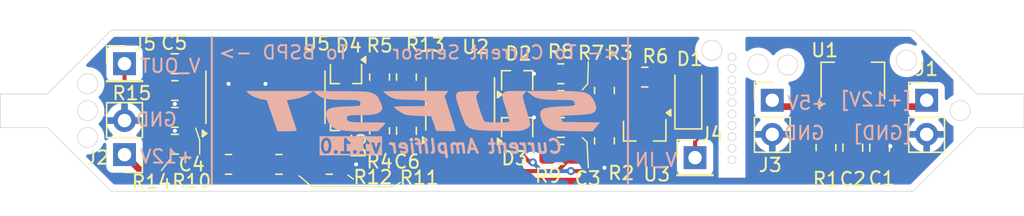
<source format=kicad_pcb>
(kicad_pcb (version 20240108) (generator "pcbnew") (generator_version "8.0")
  (title_block (title "Current Sensor Amplifier") (date "2024-04-18") (rev "v1.1.0") (company "SUFST - Southampton University Formula Student Team") (comment 1 "STAG X") (comment 2 "Joe Pater"))
  (layers (0 "F.Cu" signal) (31 "B.Cu" signal) (34 "B.Paste" user) (35 "F.Paste" user) (36 "B.SilkS" user "B.Silkscreen") (37 "F.SilkS" user "F.Silkscreen") (38 "B.Mask" user) (39 "F.Mask" user) (44 "Edge.Cuts" user))
  (net 0 "")
  (net 1 "+12V")
  (net 2 "GND")
  (net 3 "Net-(J3-Pin_1)")
  (net 4 "Net-(U5A--)")
  (net 5 "Net-(J5-Pin_1)")
  (net 6 "9V_SOURCE")
  (net 7 "2V4_SINK")
  (net 8 "Net-(D2-A)")
  (net 11 "Net-(D4-A)")
  (net 13 "Net-(D4-K)")
  (net 15 "Net-(D5-K)")
  (net 16 "Net-(J4-Pin_1)")
  (net 17 "Net-(U3-REF)")
  (net 18 "Net-(U2--)")
  (net 19 "Net-(R13-Pad1)")
  (net 20 "Net-(U5A-+)")
  (net 21 "Net-(U5B--)")
  (net 22 "Net-(U5C--)")
  (footprint "Connector_PinHeader_2.54mm:PinHeader_1x01_P2.54mm_Vertical" (layer "F.Cu") (at 122 87.5)
    (property "Reference" "J5" (at 1.5 -1.5 0) (layer "F.SilkS"))
    (property "Value" "CurrentSenseOut")
    (pad "1" thru_hole rect (at 0 0) (size 1.7 1.7) (drill 1) (layers "*.Cu" "*.Mask") (net 5 "Net-(J5-Pin_1)"))
  )
  (footprint "Capacitor_SMD:C_0805_2012Metric_Pad1.18x1.45mm_HandSolder" (layer "F.Cu") (at 125.75 93.5)
    (property "Reference" "C4" (at 1.25 1.5 0) (layer "F.SilkS"))
    (property "Value" "100n")
    (pad "1" smd roundrect (at -1.0375 0) (size 1.175 1.45) (layers "F.Cu" "F.Paste" "F.Mask") (roundrect_rratio 0.2127659574) (net 5 "Net-(J5-Pin_1)"))
    (pad "2" smd roundrect (at 1.0375 0) (size 1.175 1.45) (layers "F.Cu" "F.Paste" "F.Mask") (roundrect_rratio 0.2127659574) (net 2 "GND"))
  )
  (footprint "Package_TO_SOT_SMD:SOT-323_SC-70" (layer "F.Cu") (at 151.25 88.75 90)
    (property "Reference" "D2" (at 2 0.1 180) (layer "F.SilkS"))
    (property "Value" "BAT54W")
    (pad "1" smd roundrect (at -1 -0.65) (size 0.45 0.7) (layers "F.Cu" "F.Paste" "F.Mask") (net 8 "Net-(D2-A)"))
    (pad "2" smd roundrect (at -1 0.65) (size 0.45 0.7) (layers "F.Cu" "F.Paste" "F.Mask"))
    (pad "3" smd roundrect (at 1 0) (size 0.45 0.7) (layers "F.Cu" "F.Paste" "F.Mask") (net 6 "9V_SOURCE"))
  )
  (footprint "Resistor_SMD:R_0805_2012Metric_Pad1.20x1.40mm_HandSolder" (layer "F.Cu") (at 141 92.5 -90)
    (property "Reference" "R4" (at 2.3 0 180) (layer "F.SilkS"))
    (property "Value" "1k")
    (pad "1" smd roundrect (at -1 0 270) (size 1.2 1.4) (layers "F.Cu" "F.Paste" "F.Mask") (roundrect_rratio 0.2083333333) (net 18 "Net-(U2--)"))
    (pad "2" smd roundrect (at 1 0 270) (size 1.2 1.4) (layers "F.Cu" "F.Paste" "F.Mask") (roundrect_rratio 0.2083333333) (net 7 "2V4_SINK"))
  )
  (footprint "Resistor_SMD:R_0805_2012Metric_Pad1.20x1.40mm_HandSolder" (layer "F.Cu") (at 143 88.5 -90)
    (property "Reference" "R13" (at -2.4 -1.4 180) (layer "F.SilkS"))
    (property "Value" "10k")
    (pad "1" smd roundrect (at -1 0 270) (size 1.2 1.4) (layers "F.Cu" "F.Paste" "F.Mask") (roundrect_rratio 0.2083333333) (net 19 "Net-(R13-Pad1)"))
    (pad "2" smd roundrect (at 1 0 270) (size 1.2 1.4) (layers "F.Cu" "F.Paste" "F.Mask") (roundrect_rratio 0.2083333333) (net 11 "Net-(D4-A)"))
  )
  (footprint "Resistor_SMD:R_0805_2012Metric_Pad1.20x1.40mm_HandSolder" (layer "F.Cu") (at 157.75 93.25 -90)
    (property "Reference" "R2" (at 2.4 -1.25 180) (layer "F.SilkS"))
    (property "Value" "10k")
    (pad "1" smd roundrect (at -1 0 270) (size 1.2 1.4) (layers "F.Cu" "F.Paste" "F.Mask") (roundrect_rratio 0.2083333333) (net 17 "Net-(U3-REF)"))
    (pad "2" smd roundrect (at 1 0 270) (size 1.2 1.4) (layers "F.Cu" "F.Paste" "F.Mask") (roundrect_rratio 0.2083333333) (net 2 "GND"))
  )
  (footprint "Diode_SMD:D_SOD-123" (layer "F.Cu") (at 164 90 90)
    (property "Reference" "D1" (at 2.85 0.1 180) (layer "F.SilkS"))
    (property "Value" "MMSZ4684-E3-08")
    (pad "1" smd roundrect (at -1.65 0 90) (size 0.9 1.2) (layers "F.Cu" "F.Paste" "F.Mask") (net 1 "+12V"))
    (pad "2" smd roundrect (at 1.65 0 90) (size 0.9 1.2) (layers "F.Cu" "F.Paste" "F.Mask") (net 6 "9V_SOURCE"))
  )
  (footprint "Connector_PinHeader_2.54mm:PinHeader_1x02_P2.54mm_Vertical" (layer "F.Cu") (at 122 94.275 180)
    (property "Reference" "J2" (at 2 -0.225 0) (layer "F.SilkS"))
    (property "Value" "AmpPower")
    (pad "1" thru_hole rect (at 0 0 180) (size 1.7 1.7) (drill 1) (layers "*.Cu" "*.Mask") (net 1 "+12V"))
    (pad "2" thru_hole oval (at 0 2.54 180) (size 1.7 1.7) (drill 1) (layers "*.Cu" "*.Mask") (net 2 "GND"))
  )
  (footprint "Package_SO:SOIC-14_3.9x8.7mm_P1.27mm" (layer "F.Cu") (at 132.5 90 90)
    (property "Reference" "U5" (at 4 3.8 180) (layer "F.SilkS"))
    (property "Value" "LM324")
    (pad "1" smd roundrect (at -2.475 -3.81 90) (size 1.95 0.6) (layers "F.Cu" "F.Paste" "F.Mask") (net 13 "Net-(D4-K)"))
    (pad "2" smd roundrect (at -2.475 -2.54 90) (size 1.95 0.6) (layers "F.Cu" "F.Paste" "F.Mask") (net 4 "Net-(U5A--)"))
    (pad "3" smd roundrect (at -2.475 -1.27 90) (size 1.95 0.6) (layers "F.Cu" "F.Paste" "F.Mask") (net 20 "Net-(U5A-+)"))
    (pad "4" smd roundrect (at -2.475 0 90) (size 1.95 0.6) (layers "F.Cu" "F.Paste" "F.Mask") (net 1 "+12V"))
    (pad "5" smd roundrect (at -2.475 1.27 90) (size 1.95 0.6) (layers "F.Cu" "F.Paste" "F.Mask") (net 4 "Net-(U5A--)"))
    (pad "6" smd roundrect (at -2.475 2.54 90) (size 1.95 0.6) (layers "F.Cu" "F.Paste" "F.Mask") (net 21 "Net-(U5B--)"))
    (pad "7" smd roundrect (at -2.475 3.81 90) (size 1.95 0.6) (layers "F.Cu" "F.Paste" "F.Mask") (net 15 "Net-(D5-K)"))
    (pad "8" smd roundrect (at 2.475 3.81 90) (size 1.95 0.6) (layers "F.Cu" "F.Paste" "F.Mask") (net 22 "Net-(U5C--)"))
    (pad "9" smd roundrect (at 2.475 2.54 90) (size 1.95 0.6) (layers "F.Cu" "F.Paste" "F.Mask") (net 22 "Net-(U5C--)"))
    (pad "10" smd roundrect (at 2.475 1.27 90) (size 1.95 0.6) (layers "F.Cu" "F.Paste" "F.Mask") (net 11 "Net-(D4-A)"))
    (pad "11" smd roundrect (at 2.475 0 90) (size 1.95 0.6) (layers "F.Cu" "F.Paste" "F.Mask") (net 2 "GND"))
    (pad "12" smd roundrect (at 2.475 -1.27 90) (size 1.95 0.6) (layers "F.Cu" "F.Paste" "F.Mask") (net 1 "+12V"))
    (pad "13" smd roundrect (at 2.475 -2.54 90) (size 1.95 0.6) (layers "F.Cu" "F.Paste" "F.Mask") (net 2 "GND"))
    (pad "14" smd roundrect (at 2.475 -3.81 90) (size 1.95 0.6) (layers "F.Cu" "F.Paste" "F.Mask"))
  )
  (footprint "Resistor_SMD:R_0805_2012Metric_Pad1.20x1.40mm_HandSolder" (layer "F.Cu") (at 141 88.5 -90)
    (property "Reference" "R5" (at -2.35 0 180) (layer "F.SilkS"))
    (property "Value" "8.2k")
    (pad "1" smd roundrect (at -1 0 270) (size 1.2 1.4) (layers "F.Cu" "F.Paste" "F.Mask") (roundrect_rratio 0.2083333333) (net 19 "Net-(R13-Pad1)"))
    (pad "2" smd roundrect (at 1 0 270) (size 1.2 1.4) (layers "F.Cu" "F.Paste" "F.Mask") (roundrect_rratio 0.2083333333) (net 18 "Net-(U2--)"))
  )
  (footprint "Resistor_SMD:R_0805_2012Metric_Pad1.20x1.40mm_HandSolder" (layer "F.Cu") (at 125.75 89.5)
    (property "Reference" "R15" (at -3.2 0.2 0) (layer "F.SilkS"))
    (property "Value" "10k")
    (pad "1" smd roundrect (at -1 0) (size 1.2 1.4) (layers "F.Cu" "F.Paste" "F.Mask") (roundrect_rratio 0.2083333333) (net 2 "GND"))
    (pad "2" smd roundrect (at 1 0) (size 1.2 1.4) (layers "F.Cu" "F.Paste" "F.Mask") (roundrect_rratio 0.2083333333) (net 22 "Net-(U5C--)"))
  )
  (footprint "Resistor_SMD:R_0805_2012Metric_Pad1.20x1.40mm_HandSolder" (layer "F.Cu") (at 154.5 88.25)
    (property "Reference" "R8" (at 0 -1.65 0) (layer "F.SilkS"))
    (property "Value" "10k")
    (pad "1" smd roundrect (at -1 0) (size 1.2 1.4) (layers "F.Cu" "F.Paste" "F.Mask") (roundrect_rratio 0.2083333333) (net 2 "GND"))
    (pad "2" smd roundrect (at 1 0) (size 1.2 1.4) (layers "F.Cu" "F.Paste" "F.Mask") (roundrect_rratio 0.2083333333) (net 16 "Net-(J4-Pin_1)"))
  )
  (footprint "Resistor_SMD:R_0805_2012Metric_Pad1.20x1.40mm_HandSolder" (layer "F.Cu") (at 125.75 91.5 180)
    (property "Reference" "R14" (at 1.75 -4.8 0) (layer "F.SilkS"))
    (property "Value" "100")
    (pad "1" smd roundrect (at -1 0 180) (size 1.2 1.4) (layers "F.Cu" "F.Paste" "F.Mask") (roundrect_rratio 0.2083333333) (net 22 "Net-(U5C--)"))
    (pad "2" smd roundrect (at 1 0 180) (size 1.2 1.4) (layers "F.Cu" "F.Paste" "F.Mask") (roundrect_rratio 0.2083333333) (net 5 "Net-(J5-Pin_1)"))
  )
  (footprint "Package_TO_SOT_SMD:SOT-323_SC-70" (layer "F.Cu") (at 138.5 91.75 -90)
    (property "Reference" "D5" (at 1.85 -0.95 90) (layer "F.SilkS"))
    (property "Value" "BAT54W")
    (pad "1" smd roundrect (at -1 -0.65 180) (size 0.45 0.7) (layers "F.Cu" "F.Paste" "F.Mask") (net 11 "Net-(D4-A)"))
    (pad "2" smd roundrect (at -1 0.65 180) (size 0.45 0.7) (layers "F.Cu" "F.Paste" "F.Mask"))
    (pad "3" smd roundrect (at 1 0 180) (size 0.45 0.7) (layers "F.Cu" "F.Paste" "F.Mask") (net 15 "Net-(D5-K)"))
  )
  (footprint "Capacitor_SMD:C_0805_2012Metric_Pad1.18x1.45mm_HandSolder" (layer "F.Cu") (at 125.75 87.5 180)
    (property "Reference" "C5" (at 0.05 1.55 0) (layer "F.SilkS"))
    (property "Value" "100n")
    (pad "1" smd roundrect (at -1.0375 0 180) (size 1.175 1.45) (layers "F.Cu" "F.Paste" "F.Mask") (roundrect_rratio 0.2127659574) (net 1 "+12V"))
    (pad "2" smd roundrect (at 1.0375 0 180) (size 1.175 1.45) (layers "F.Cu" "F.Paste" "F.Mask") (roundrect_rratio 0.2127659574) (net 2 "GND"))
  )
  (footprint "Capacitor_SMD:C_0805_2012Metric_Pad1.18x1.45mm_HandSolder" (layer "F.Cu") (at 154.5 92.25 180)
    (property "Reference" "C3" (at -2 -3.8 0) (layer "F.SilkS"))
    (property "Value" "100n")
    (pad "1" smd roundrect (at -1.0375 0 180) (size 1.175 1.45) (layers "F.Cu" "F.Paste" "F.Mask") (roundrect_rratio 0.2127659574) (net 4 "Net-(U5A--)"))
    (pad "2" smd roundrect (at 1.0375 0 180) (size 1.175 1.45) (layers "F.Cu" "F.Paste" "F.Mask") (roundrect_rratio 0.2127659574) (net 2 "GND"))
  )
  (footprint "Package_TO_SOT_SMD:SOT-323_SC-70" (layer "F.Cu") (at 151.25 92.25 90)
    (property "Reference" "D3" (at -2.3 -0.2 180) (layer "F.SilkS"))
    (property "Value" "BAT54W")
    (pad "1" smd roundrect (at -1 -0.65) (size 0.45 0.7) (layers "F.Cu" "F.Paste" "F.Mask") (net 7 "2V4_SINK"))
    (pad "2" smd roundrect (at -1 0.65) (size 0.45 0.7) (layers "F.Cu" "F.Paste" "F.Mask"))
    (pad "3" smd roundrect (at 1 0) (size 0.45 0.7) (layers "F.Cu" "F.Paste" "F.Mask") (net 8 "Net-(D2-A)"))
  )
  (footprint "Resistor_SMD:R_0805_2012Metric_Pad1.20x1.40mm_HandSolder" (layer "F.Cu") (at 129.75 95)
    (property "Reference" "R10" (at -2.75 1.25 0) (layer "F.SilkS"))
    (property "Value" "2.7k")
    (pad "1" smd roundrect (at -1 0) (size 1.2 1.4) (layers "F.Cu" "F.Paste" "F.Mask") (roundrect_rratio 0.2083333333) (net 1 "+12V"))
    (pad "2" smd roundrect (at 1 0) (size 1.2 1.4) (layers "F.Cu" "F.Paste" "F.Mask") (roundrect_rratio 0.2083333333) (net 20 "Net-(U5A-+)"))
  )
  (footprint "Resistor_SMD:R_0805_2012Metric_Pad1.20x1.40mm_HandSolder" (layer "F.Cu") (at 160.75 88.5 180)
    (property "Reference" "R6" (at -0.8 1.55 0) (layer "F.SilkS"))
    (property "Value" "10k")
    (pad "1" smd roundrect (at -1 0 180) (size 1.2 1.4) (layers "F.Cu" "F.Paste" "F.Mask") (roundrect_rratio 0.2083333333) (net 6 "9V_SOURCE"))
    (pad "2" smd roundrect (at 1 0 180) (size 1.2 1.4) (layers "F.Cu" "F.Paste" "F.Mask") (roundrect_rratio 0.2083333333) (net 7 "2V4_SINK"))
  )
  (footprint "Capacitor_SMD:C_0805_2012Metric_Pad1.18x1.45mm_HandSolder" (layer "F.Cu") (at 178.25 93.75 90)
    (property "Reference" "C1" (at -2.3 0.15 180) (layer "F.SilkS"))
    (property "Value" "1u")
    (pad "1" smd roundrect (at -1.0375 0 90) (size 1.175 1.45) (layers "F.Cu" "F.Paste" "F.Mask") (roundrect_rratio 0.2127659574) (net 1 "+12V"))
    (pad "2" smd roundrect (at 1.0375 0 90) (size 1.175 1.45) (layers "F.Cu" "F.Paste" "F.Mask") (roundrect_rratio 0.2127659574) (net 2 "GND"))
  )
  (footprint "Package_TO_SOT_SMD:SOT-89-3" (layer "F.Cu") (at 176.25 88.75 90)
    (property "Reference" "U1" (at 2.25 -2.1 180) (layer "F.SilkS"))
    (property "Value" "AP7381")
    (pad "1" smd roundrect (at -1.95 -1.5 90) (size 1.3 0.9) (layers "F.Cu" "F.Paste" "F.Mask") (net 3 "Net-(J3-Pin_1)"))
    (pad "2" smd custom (at -1.8625 0 90) (size 1.475 0.9) (layers "F.Cu" "F.Paste" "F.Mask") (net 2 "GND") (options (clearance outline) (anchor rect)) (primitives (gr_poly (pts (xy 3.8625 0.8665) (xy 0.7375 0.8665) (xy 0.7375 -0.8665) (xy 3.8625 -0.8665)) (width 0) (fill yes))))
    (pad "3" smd roundrect (at -1.95 1.5 90) (size 1.3 0.9) (layers "F.Cu" "F.Paste" "F.Mask") (net 1 "+12V"))
  )
  (footprint "Resistor_SMD:R_0805_2012Metric_Pad1.20x1.40mm_HandSolder" (layer "F.Cu") (at 133.5 95)
    (property "Reference" "R11" (at 10.45 1 0) (layer "F.SilkS"))
    (property "Value" "8.2k")
    (pad "1" smd roundrect (at -1 0) (size 1.2 1.4) (layers "F.Cu" "F.Paste" "F.Mask") (roundrect_rratio 0.2083333333) (net 20 "Net-(U5A-+)"))
    (pad "2" smd roundrect (at 1 0) (size 1.2 1.4) (layers "F.Cu" "F.Paste" "F.Mask") (roundrect_rratio 0.2083333333) (net 21 "Net-(U5B--)"))
  )
  (footprint "Capacitor_SMD:C_0805_2012Metric_Pad1.18x1.45mm_HandSolder" (layer "F.Cu") (at 143 92.5 -90)
    (property "Reference" "C6" (at 2.3 -0.05 180) (layer "F.SilkS"))
    (property "Value" "100n")
    (pad "1" smd roundrect (at -1.0375 0 270) (size 1.175 1.45) (layers "F.Cu" "F.Paste" "F.Mask") (roundrect_rratio 0.2127659574) (net 6 "9V_SOURCE"))
    (pad "2" smd roundrect (at 1.0375 0 270) (size 1.175 1.45) (layers "F.Cu" "F.Paste" "F.Mask") (roundrect_rratio 0.2127659574) (net 7 "2V4_SINK"))
  )
  (footprint "Resistor_SMD:R_0805_2012Metric_Pad1.20x1.40mm_HandSolder" (layer "F.Cu") (at 154.5 94.25 180)
    (property "Reference" "R9" (at 0.95 -1.6 0) (layer "F.SilkS"))
    (property "Value" "10k")
    (pad "1" smd roundrect (at -1 0 180) (size 1.2 1.4) (layers "F.Cu" "F.Paste" "F.Mask") (roundrect_rratio 0.2083333333) (net 4 "Net-(U5A--)"))
    (pad "2" smd roundrect (at 1 0 180) (size 1.2 1.4) (layers "F.Cu" "F.Paste" "F.Mask") (roundrect_rratio 0.2083333333) (net 8 "Net-(D2-A)"))
  )
  (footprint "Connector_PinHeader_2.54mm:PinHeader_1x02_P2.54mm_Vertical" (layer "F.Cu") (at 170.25 90.225)
    (property "Reference" "J3" (at -0.15 4.825 0) (layer "F.SilkS"))
    (property "Value" "PowerOut")
    (pad "1" thru_hole rect (at 0 0) (size 1.7 1.7) (drill 1) (layers "*.Cu" "*.Mask") (net 3 "Net-(J3-Pin_1)"))
    (pad "2" thru_hole oval (at 0 2.54) (size 1.7 1.7) (drill 1) (layers "*.Cu" "*.Mask") (net 2 "GND"))
  )
  (footprint "Package_TO_SOT_SMD:SOT-323_SC-70" (layer "F.Cu") (at 138.5 88.25 -90)
    (property "Reference" "D4" (at -2.1 -0.2 180) (layer "F.SilkS"))
    (property "Value" "BAT54W")
    (pad "1" smd roundrect (at -1 -0.65 180) (size 0.45 0.7) (layers "F.Cu" "F.Paste" "F.Mask") (net 11 "Net-(D4-A)"))
    (pad "2" smd roundrect (at -1 0.65 180) (size 0.45 0.7) (layers "F.Cu" "F.Paste" "F.Mask"))
    (pad "3" smd roundrect (at 1 0 180) (size 0.45 0.7) (layers "F.Cu" "F.Paste" "F.Mask") (net 13 "Net-(D4-K)"))
  )
  (footprint "Capacitor_SMD:C_0805_2012Metric_Pad1.18x1.45mm_HandSolder" (layer "F.Cu") (at 176.25 93.75 90)
    (property "Reference" "C2" (at -2.35 0 180) (layer "F.SilkS"))
    (property "Value" "10u")
    (pad "1" smd roundrect (at -1.0375 0 90) (size 1.175 1.45) (layers "F.Cu" "F.Paste" "F.Mask") (roundrect_rratio 0.2127659574) (net 3 "Net-(J3-Pin_1)"))
    (pad "2" smd roundrect (at 1.0375 0 90) (size 1.175 1.45) (layers "F.Cu" "F.Paste" "F.Mask") (roundrect_rratio 0.2127659574) (net 2 "GND"))
  )
  (footprint "Connector_PinHeader_2.54mm:PinHeader_1x02_P2.54mm_Vertical" (layer "F.Cu") (at 181.75 90.225)
    (property "Reference" "J1" (at 0 -2.33 0) (layer "F.SilkS"))
    (property "Value" "RegPower")
    (pad "1" thru_hole rect (at 0 0) (size 1.7 1.7) (drill 1) (layers "*.Cu" "*.Mask") (net 1 "+12V"))
    (pad "2" thru_hole oval (at 0 2.54) (size 1.7 1.7) (drill 1) (layers "*.Cu" "*.Mask") (net 2 "GND"))
  )
  (footprint "Package_TO_SOT_SMD:SOT-23_Handsoldering" (layer "F.Cu") (at 160.75 92.5 -90)
    (property "Reference" "U3" (at 3.25 -0.9 180) (layer "F.SilkS"))
    (property "Value" "AZ431LBNTR-G1")
    (pad "1" smd roundrect (at -1.5 -0.95 270) (size 1.9 0.8) (layers "F.Cu" "F.Paste" "F.Mask") (net 17 "Net-(U3-REF)"))
    (pad "2" smd roundrect (at -1.5 0.95 270) (size 1.9 0.8) (layers "F.Cu" "F.Paste" "F.Mask") (net 7 "2V4_SINK"))
    (pad "3" smd roundrect (at 1.5 0 270) (size 1.9 0.8) (layers "F.Cu" "F.Paste" "F.Mask") (net 2 "GND"))
  )
  (footprint "Resistor_SMD:R_0805_2012Metric_Pad1.20x1.40mm_HandSolder" (layer "F.Cu") (at 174.25 93.75 90)
    (property "Reference" "R1" (at -2.35 0 180) (layer "F.SilkS"))
    (property "Value" "4.7k")
    (pad "1" smd roundrect (at -1 0 90) (size 1.2 1.4) (layers "F.Cu" "F.Paste" "F.Mask") (roundrect_rratio 0.2083333333) (net 3 "Net-(J3-Pin_1)"))
    (pad "2" smd roundrect (at 1 0 90) (size 1.2 1.4) (layers "F.Cu" "F.Paste" "F.Mask") (roundrect_rratio 0.2083333333) (net 2 "GND"))
  )
  (footprint "Package_SO:SOIC-8_3.9x4.9mm_P1.27mm" (layer "F.Cu") (at 147 90.5 90)
    (property "Reference" "U2" (at 4.25 1.15 180) (layer "F.SilkS"))
    (property "Value" "TS321IDR")
    (pad "1" smd roundrect (at -2.475 -1.905 90) (size 1.95 0.6) (layers "F.Cu" "F.Paste" "F.Mask"))
    (pad "2" smd roundrect (at -2.475 -0.635 90) (size 1.95 0.6) (layers "F.Cu" "F.Paste" "F.Mask") (net 18 "Net-(U2--)"))
    (pad "3" smd roundrect (at -2.475 0.635 90) (size 1.95 0.6) (layers "F.Cu" "F.Paste" "F.Mask") (net 8 "Net-(D2-A)"))
    (pad "4" smd roundrect (at -2.475 1.905 90) (size 1.95 0.6) (layers "F.Cu" "F.Paste" "F.Mask") (net 7 "2V4_SINK"))
    (pad "5" smd roundrect (at 2.475 1.905 90) (size 1.95 0.6) (layers "F.Cu" "F.Paste" "F.Mask"))
    (pad "6" smd roundrect (at 2.475 0.635 90) (size 1.95 0.6) (layers "F.Cu" "F.Paste" "F.Mask") (net 19 "Net-(R13-Pad1)"))
    (pad "7" smd roundrect (at 2.475 -0.635 90) (size 1.95 0.6) (layers "F.Cu" "F.Paste" "F.Mask") (net 6 "9V_SOURCE"))
    (pad "8" smd roundrect (at 2.475 -1.905 90) (size 1.95 0.6) (layers "F.Cu" "F.Paste" "F.Mask"))
  )
  (footprint "Resistor_SMD:R_0805_2012Metric_Pad1.20x1.40mm_HandSolder" (layer "F.Cu") (at 137.25 95)
    (property "Reference" "R12" (at 3.25 0.95 0) (layer "F.SilkS"))
    (property "Value" "200")
    (pad "1" smd roundrect (at -1 0) (size 1.2 1.4) (layers "F.Cu" "F.Paste" "F.Mask") (roundrect_rratio 0.2083333333) (net 21 "Net-(U5B--)"))
    (pad "2" smd roundrect (at 1 0) (size 1.2 1.4) (layers "F.Cu" "F.Paste" "F.Mask") (roundrect_rratio 0.2083333333) (net 2 "GND"))
  )
  (footprint "Resistor_SMD:R_0805_2012Metric_Pad1.20x1.40mm_HandSolder" (layer "F.Cu") (at 157.75 89.5 -90)
    (property "Reference" "R3" (at -2.8 -1.15 180) (layer "F.SilkS"))
    (property "Value" "9.1k")
    (pad "1" smd roundrect (at -1 0 270) (size 1.2 1.4) (layers "F.Cu" "F.Paste" "F.Mask") (roundrect_rratio 0.2083333333) (net 7 "2V4_SINK"))
    (pad "2" smd roundrect (at 1 0 270) (size 1.2 1.4) (layers "F.Cu" "F.Paste" "F.Mask") (roundrect_rratio 0.2083333333) (net 17 "Net-(U3-REF)"))
  )
  (footprint "Connector_PinHeader_2.54mm:PinHeader_1x01_P2.54mm_Vertical" (layer "F.Cu") (at 164.5 94.5)
    (property "Reference" "J4" (at 1.25 -1.75 0) (layer "F.SilkS"))
    (property "Value" "CurrentSenseIn")
    (pad "1" thru_hole rect (at 0 0) (size 1.7 1.7) (drill 1) (layers "*.Cu" "*.Mask") (net 16 "Net-(J4-Pin_1)"))
  )
  (footprint "Resistor_SMD:R_0805_2012Metric_Pad1.20x1.40mm_HandSolder" (layer "F.Cu") (at 154.5 90.25)
    (property "Reference" "R7" (at 2.25 -3.55 0) (layer "F.SilkS"))
    (property "Value" "1k")
    (pad "1" smd roundrect (at -1 0) (size 1.2 1.4) (layers "F.Cu" "F.Paste" "F.Mask") (roundrect_rratio 0.2083333333) (net 16 "Net-(J4-Pin_1)"))
    (pad "2" smd roundrect (at 1 0) (size 1.2 1.4) (layers "F.Cu" "F.Paste" "F.Mask") (roundrect_rratio 0.2083333333) (net 4 "Net-(U5A--)"))
  )
  (footprint "SUFST:sufst-text" (layer "B.Cu") (at 144.25 91 180)
    (property "Reference" "G***" (hide yes))
    (property "Value" "LOGO" (hide yes))
  )
  (gr_line (start 159.5 85.5) (end 159.5 96.5) (stroke (width 0.15)) (layer "B.SilkS"))
  (gr_line (start 128.5 85.5) (end 128.5 96.5) (stroke (width 0.15)) (layer "B.SilkS"))
  (gr_line (start 156.55 87.35) (end 156.5 89) (stroke (width 0.1)) (layer "F.SilkS"))
  (gr_line (start 142.55 96.35) (end 142.05 96.65) (stroke (width 0.1)) (layer "F.SilkS"))
  (gr_line (start 156.5 89) (end 156.1 89.45) (stroke (width 0.1)) (layer "F.SilkS"))
  (gr_line (start 127.6 94.25) (end 127.6 93.2) (stroke (width 0.1)) (layer "F.SilkS"))
  (gr_line (start 139.05 96.1) (end 138.65 95.8) (stroke (width 0.1)) (layer "F.SilkS"))
  (gr_line (start 142.05 96.65) (end 135.95 96.65) (stroke (width 0.1)) (layer "F.SilkS"))
  (gr_line (start 127.6 93.2) (end 127.3 92.3) (stroke (width 0.1)) (layer "F.SilkS"))
  (gr_line (start 156.55 95.25) (end 156.45 93.35) (stroke (width 0.1)) (layer "F.SilkS"))
  (gr_line (start 135.95 96.65) (end 135 95.85) (stroke (width 0.1)) (layer "F.SilkS"))
  (gr_line (start 124.75 95.45) (end 125.45 94.55) (stroke (width 0.1)) (layer "F.SilkS"))
  (gr_line (start 156.45 93.35) (end 156.1 93) (stroke (width 0.1)) (layer "F.SilkS"))
  (gr_circle (center 184.25 91) (end 183.5 91) (stroke (width 0.05)) (fill none) (layer "Edge.Cuts"))
  (gr_circle (center 180.25 87.25) (end 179.5 87.25) (stroke (width 0.05)) (fill none) (layer "Edge.Cuts"))
  (gr_circle (center 167.25 87.85) (end 167.55 87.85) (stroke (width 0.05)) (fill none) (layer "Edge.Cuts"))
  (gr_line (start 180.75 97) (end 121 97) (stroke (width 0.05)) (layer "Edge.Cuts"))
  (gr_line (start 112.75 92.25) (end 112.75 89.75) (stroke (width 0.05)) (layer "Edge.Cuts"))
  (gr_circle (center 167.25 94.65) (end 166.95 94.65) (stroke (width 0.05)) (fill none) (layer "Edge.Cuts"))
  (gr_circle (center 119.25 89) (end 120 89) (stroke (width 0.05)) (fill none) (layer "Edge.Cuts"))
  (gr_circle (center 119.25 93) (end 120 93) (stroke (width 0.05)) (fill none) (layer "Edge.Cuts"))
  (gr_circle (center 167.25 87) (end 167.55 87) (stroke (width 0.05)) (fill none) (layer "Edge.Cuts"))
  (gr_line (start 121 97) (end 116.25 92.25) (stroke (width 0.05)) (layer "Edge.Cuts"))
  (gr_line (start 116.25 92.25) (end 112.75 92.25) (stroke (width 0.05)) (layer "Edge.Cuts"))
  (gr_circle (center 171.4 87.6) (end 170.65 87.6) (stroke (width 0.05)) (fill none) (layer "Edge.Cuts"))
  (gr_line (start 180.75 85) (end 185.5 89.75) (stroke (width 0.05)) (layer "Edge.Cuts"))
  (gr_line (start 112.75 89.75) (end 116.25 89.75) (stroke (width 0.05)) (layer "Edge.Cuts"))
  (gr_line (start 189 89.75) (end 189 92.25) (stroke (width 0.05)) (layer "Edge.Cuts"))
  (gr_circle (center 167.25 88.7) (end 167.55 88.7) (stroke (width 0.05)) (fill none) (layer "Edge.Cuts"))
  (gr_line (start 185.5 92.25) (end 180.75 97) (stroke (width 0.05)) (layer "Edge.Cuts"))
  (gr_circle (center 167.25 92.95) (end 167.55 92.95) (stroke (width 0.05)) (fill none) (layer "Edge.Cuts"))
  (gr_circle (center 167.25 93.8) (end 166.95 93.8) (stroke (width 0.05)) (fill none) (layer "Edge.Cuts"))
  (gr_line (start 189 92.25) (end 185.5 92.25) (stroke (width 0.05)) (layer "Edge.Cuts"))
  (gr_line (start 116.25 89.75) (end 121 85) (stroke (width 0.05)) (layer "Edge.Cuts"))
  (gr_circle (center 167.25 91.25) (end 167.55 91.25) (stroke (width 0.05)) (fill none) (layer "Edge.Cuts"))
  (gr_circle (center 167.25 89.55) (end 167.55 89.55) (stroke (width 0.05)) (fill none) (layer "Edge.Cuts"))
  (gr_circle (center 119.25 91) (end 120 91) (stroke (width 0.05)) (fill none) (layer "Edge.Cuts"))
  (gr_line (start 185.5 89.75) (end 189 89.75) (stroke (width 0.05)) (layer "Edge.Cuts"))
  (gr_circle (center 165.75 86.5) (end 165 86.5) (stroke (width 0.05)) (fill none) (layer "Edge.Cuts"))
  (gr_circle (center 169.2 87.55) (end 168.45 87.55) (stroke (width 0.05)) (fill none) (layer "Edge.Cuts"))
  (gr_circle (center 167.25 92.1) (end 167.55 92.1) (stroke (width 0.05)) (fill none) (layer "Edge.Cuts"))
  (gr_line (start 121 85) (end 180.75 85) (stroke (width 0.05)) (layer "Edge.Cuts"))
  (gr_circle (center 167.25 90.4) (end 167.55 90.4) (stroke (width 0.05)) (fill none) (layer "Edge.Cuts"))
  (gr_text "+5V" (at 174.5 91 0) (layer "B.SilkS") (effects (font (size 1 1)) (justify left bottom mirror)))
  (gr_text "GND" (at 126 92.25 0) (layer "B.SilkS") (effects (font (size 1 1)) (justify left bottom mirror)))
  (gr_text "V_IN" (at 163.25 95.25 0) (layer "B.SilkS") (effects (font (size 1 1)) (justify left bottom mirror)))
  (gr_text "GND" (at 174.25 93.25 0) (layer "B.SilkS") (effects (font (size 1 1)) (justify left bottom mirror)))
  (gr_text "v1.1.0" (at 141.25 94.25 0) (layer "B.SilkS" knockout) (effects (font (size 1 1) (thickness 0.2) (bold yes)) (justify left bottom mirror)))
  (gr_text "Current Amplifier" (at 154.75 94.25 0) (layer "B.SilkS") (effects (font (size 1 1) (thickness 0.2) (bold yes) (italic yes)) (justify left bottom mirror)))
  (gr_text "+12V" (at 127.25 95 0) (layer "B.SilkS") (effects (font (size 1 1)) (justify left bottom mirror)))
  (gr_text "[+12V]" (at 180.75 90.75 0) (layer "B.SilkS") (effects (font (size 1 1)) (justify left bottom mirror)))
  (gr_text "To BSPD ->" (at 138.75 87.25 0) (layer "B.SilkS") (effects (font (size 1 1)) (justify left bottom mirror)))
  (gr_text "<- To Current Sensor" (at 159 87.25 0) (layer "B.SilkS") (effects (font (size 1 1)) (justify left bottom mirror)))
  (gr_text "[GND]" (at 180.75 93.25 0) (layer "B.SilkS") (effects (font (size 1 1)) (justify left bottom mirror)))
  (gr_text "V_OUT" (at 127.75 88.25 0) (layer "B.SilkS") (effects (font (size 1 1)) (justify left bottom mirror)))
  (segment (start 123.975 96.25) (end 122 94.275) (width 0.5) (layer "F.Cu") (net 1))
  (segment (start 161.75 96.25) (end 133.5 96.25) (width 0.5) (layer "F.Cu") (net 1))
  (segment (start 133.5 96.25) (end 130 96.25) (width 0.5) (layer "F.Cu") (net 1))
  (segment (start 126.7875 87.64375) (end 128.04 88.89625) (width 0.3) (layer "F.Cu") (net 1))
  (segment (start 130.21 89.75) (end 131.23 88.73) (width 0.3) (layer "F.Cu") (net 1))
  (segment (start 132.5 93.344544) (end 133.5 94.344544) (width 0.3) (layer "F.Cu") (net 1))
  (segment (start 181.275 90.7) (end 181.75 90.225) (width 0.5) (layer "F.Cu") (net 1))
  (segment (start 164 91.65) (end 161.75 93.9) (width 0.5) (layer "F.Cu") (net 1))
  (segment (start 132.5 92.475) (end 132.5 93.344544) (width 0.3) (layer "F.Cu") (net 1))
  (segment (start 161.75 96.25) (end 176.7875 96.25) (width 0.5) (layer "F.Cu") (net 1))
  (segment (start 178.25 94.7875) (end 179.4125 94.7875) (width 0.5) (layer "F.Cu") (net 1))
  (segment (start 161.75 95) (end 161.75 96.25) (width 0.5) (layer "F.Cu") (net 1))
  (segment (start 180.05 90.7) (end 181.275 90.7) (width 0.5) (layer "F.Cu") (net 1))
  (segment (start 128.75 95) (end 128.75 96.25) (width 0.3) (layer "F.Cu") (net 1))
  (segment (start 176.7875 96.25) (end 178.25 94.7875) (width 0.5) (layer "F.Cu") (net 1))
  (segment (start 133.5 94.344544) (end 133.5 96.25) (width 0.3) (layer "F.Cu") (net 1))
  (segment (start 177.75 90.7) (end 180.05 90.7) (width 0.5) (layer "F.Cu") (net 1))
  (segment (start 161.75 93.9) (end 161.75 95) (width 0.5) (layer "F.Cu") (net 1))
  (segment (start 180.05 94.15) (end 180.05 90.7) (width 0.5) (layer "F.Cu") (net 1))
  (segment (start 128.04 94.29) (end 128.75 95) (width 0.3) (layer "F.Cu") (net 1))
  (segment (start 179.4125 94.7875) (end 180.05 94.15) (width 0.5) (layer "F.Cu") (net 1))
  (segment (start 128.04 89.75) (end 130.21 89.75) (width 0.3) (layer "F.Cu") (net 1))
  (segment (start 130 96.25) (end 128.75 96.25) (width 0.5) (layer "F.Cu") (net 1))
  (segment (start 126.7875 87.5) (end 126.7875 87.64375) (width 0.3) (layer "F.Cu") (net 1))
  (segment (start 131.23 88.73) (end 131.23 87.525) (width 0.3) (layer "F.Cu") (net 1))
  (segment (start 128.75 96.25) (end 123.975 96.25) (width 0.5) (layer "F.Cu") (net 1))
  (segment (start 128.04 88.89625) (end 128.04 94.29) (width 0.3) (layer "F.Cu") (net 1))
  (segment (start 176.25 92.7125) (end 178.25 92.7125) (width 0.5) (layer "F.Cu") (net 2))
  (segment (start 129.96 88.79) (end 129.75 89) (width 0.3) (layer "F.Cu") (net 2))
  (segment (start 176.2125 92.75) (end 176.25 92.7125) (width 0.5) (layer "F.Cu") (net 2))
  (segment (start 157.75 94.25) (end 158 94) (width 0.3) (layer "F.Cu") (net 2))
  (segment (start 158 94) (end 160.75 94) (width 0.3) (layer "F.Cu") (net 2))
  (segment (start 153.4625 92.25) (end 152.7125 91.5) (width 0.3) (layer "F.Cu") (net 2))
  (segment (start 126.75 93.5) (end 125.75 92.5) (width 0.3) (layer "F.Cu") (net 2))
  (segment (start 152.7125 91.5) (end 152.5 91.5) (width 0.3) (layer "F.Cu") (net 2))
  (segment (start 176.25 90.6125) (end 176.25 92.7125) (width 0.5) (layer "F.Cu") (net 2))
  (segment (start 124.75 89.5) (end 125.75 90.5) (width 0.3) (layer "F.Cu") (net 2))
  (segment (start 126.7875 93.5) (end 126.75 93.5) (width 0.3) (layer "F.Cu") (net 2))
  (segment (start 178.25 92.85) (end 179.05 93.65) (width 0.5) (layer "F.Cu") (net 2))
  (segment (start 174.25 92.75) (end 176.2125 92.75) (width 0.5) (layer "F.Cu") (net 2))
  (segment (start 138.25 95) (end 139.25 95) (width 0.3) (layer "F.Cu") (net 2))
  (segment (start 124.7125 87.5) (end 124.7125 89.4625) (width 0.3) (layer "F.Cu") (net 2))
  (segment (start 157.75 94.25) (end 157.75 95.25) (width 0.3) (layer "F.Cu") (net 2))
  (segment (start 129.96 87.525) (end 129.96 88.79) (width 0.3) (layer "F.Cu") (net 2))
  (segment (start 124.7125 89.4625) (end 124.75 89.5) (width 0.3) (layer "F.Cu") (net 2))
  (segment (start 178.3025 92.765) (end 178.25 92.7125) (width 0.5) (layer "F.Cu") (net 2))
  (segment (start 132.5 87.525) (end 132.5 89) (width 0.3) (layer "F.Cu") (net 2))
  (segment (start 178.25 92.7125) (end 178.25 92.85) (width 0.5) (layer "F.Cu") (net 2))
  (segment (start 153.5 88.25) (end 152.5 88.25) (width 0.3) (layer "F.Cu") (net 2))
  (via (at 179.05 93.65) (size 0.6) (drill 0.3) (layers "F.Cu" "B.Cu") (net 2))
  (via (at 152.5 91.5) (size 0.6) (drill 0.3) (layers "F.Cu" "B.Cu") (net 2))
  (via (at 125.75 90.5) (size 0.6) (drill 0.3) (layers "F.Cu" "B.Cu") (net 2))
  (via (at 157.75 95.25) (size 0.6) (drill 0.3) (layers "F.Cu" "B.Cu") (net 2))
  (via (at 125.75 92.5) (size 0.6) (drill 0.3) (layers "F.Cu" "B.Cu") (net 2))
  (via (at 132.5 89) (size 0.6) (drill 0.3) (layers "F.Cu" "B.Cu") (net 2))
  (via (at 129.75 89) (size 0.6) (drill 0.3) (layers "F.Cu" "B.Cu") (net 2))
  (via (at 152.5 88.25) (size 0.6) (drill 0.3) (layers "F.Cu" "B.Cu") (net 2))
  (via (at 139.25 95) (size 0.6) (drill 0.3) (layers "F.Cu" "B.Cu") (net 2))
  (segment (start 168.75 96.25) (end 165.75 96.25) (width 0.5) (layer "B.Cu") (net 2))
  (segment (start 176.2125 94.75) (end 176.25 94.7875) (width 0.3) (layer "F.Cu") (net 3))
  (segment (start 174.25 94.75) (end 176.2125 94.75) (width 0.3) (layer "F.Cu") (net 3))
  (segment (start 173 93.5) (end 174.25 94.75) (width 0.3) (layer "F.Cu") (net 3))
  (segment (start 170.725 90.7) (end 170.25 90.225) (width 0.5) (layer "F.Cu") (net 3))
  (segment (start 174.75 90.7) (end 170.725 90.7) (width 0.5) (layer "F.Cu") (net 3))
  (segment (start 174.75 90.7) (end 173 90.7) (width 0.3) (layer "F.Cu") (net 3))
  (segment (start 173 90.7) (end 173 93.5) (width 0.3) (layer "F.Cu") (net 3))
  (segment (start 155.5375 90.2875) (end 155.5 90.25) (width 0.3) (layer "F.Cu") (net 4))
  (segment (start 136.521262 91) (end 137.25 91.728738) (width 0.3) (layer "F.Cu") (net 4))
  (segment (start 139.5 92.25) (end 139.5 94) (width 0.3) (layer "F.Cu") (net 4))
  (segment (start 133 91) (end 133.77 91.77) (width 0.3) (layer "F.Cu") (net 4))
  (segment (start 130.25 91) (end 133 91) (width 0.3) (layer "F.Cu") (net 4))
  (segment (start 155.5 92.2875) (end 155.5375 92.25) (width 0.3) (layer "F.Cu") (net 4))
  (segment (start 133.77 92.475) (end 133.77 91.500001) (width 0.3) (layer "F.Cu") (net 4))
  (segment (start 155.5375 92.25) (end 155.5375 90.2875) (width 0.3) (layer "F.Cu") (net 4))
  (segment (start 133.77 91.77) (end 133.77 92.475) (width 0.3) (layer "F.Cu") (net 4))
  (segment (start 129.96 91.29) (end 130.25 91) (width 0.3) (layer "F.Cu") (net 4))
  (segment (start 129.96 92.475) (end 129.96 91.29) (width 0.3) (layer "F.Cu") (net 4))
  (segment (start 134.270001 91) (end 136.521262 91) (width 0.3) (layer "F.Cu") (net 4))
  (segment (start 155.5 94.25) (end 155.5 92.2875) (width 0.3) (layer "F.Cu") (net 4))
  (segment (start 137.25 91.75) (end 139 91.75) (width 0.3) (layer "F.Cu") (net 4))
  (segment (start 139 91.75) (end 139.5 92.25) (width 0.3) (layer "F.Cu") (net 4))
  (segment (start 154.25 95.5) (end 155.5 94.25) (width 0.3) (layer "F.Cu") (net 4))
  (segment (start 137.25 91.728738) (end 137.25 91.75) (width 0.3) (layer "F.Cu") (net 4))
  (segment (start 139.5 94) (end 141 95.5) (width 0.3) (layer "F.Cu") (net 4))
  (segment (start 141 95.5) (end 154.25 95.5) (width 0.3) (layer "F.Cu") (net 4))
  (segment (start 133.77 91.500001) (end 134.270001 91) (width 0.3) (layer "F.Cu") (net 4))
  (segment (start 124.75 91.5) (end 122 88.75) (width 0.3) (layer "F.Cu") (net 5))
  (segment (start 124.75 93.4625) (end 124.7125 93.5) (width 0.3) (layer "F.Cu") (net 5))
  (segment (start 122 88.75) (end 122 87.5) (width 0.3) (layer "F.Cu") (net 5))
  (segment (start 124.75 91.5) (end 124.75 93.4625) (width 0.3) (layer "F.Cu") (net 5))
  (segment (start 164 88.35) (end 161.9 88.35) (width 0.3) (layer "F.Cu") (net 6))
  (segment (start 145.75 89.75) (end 144.75 89.75) (width 0.3) (layer "F.Cu") (net 6))
  (segment (start 144.75 89.75) (end 143.0375 91.4625) (width 0.3) (layer "F.Cu") (net 6))
  (segment (start 161.75 88.5) (end 161.75 88) (width 0.3) (layer "F.Cu") (net 6))
  (segment (start 146.365 89.135) (end 146.73 89.5) (width 0.3) (layer "F.Cu") (net 6))
  (segment (start 146.365 88.025) (end 146.365 89.135) (width 0.3) (layer "F.Cu") (net 6))
  (segment (start 152.25 86.75) (end 151.25 87.75) (width 0.3) (layer "F.Cu") (net 6))
  (segment (start 146.73 89.5) (end 149.5 89.5) (width 0.3) (layer "F.Cu") (net 6))
  (segment (start 146.365 89.135) (end 145.75 89.75) (width 0.3) (layer "F.Cu") (net 6))
  (segment (start 149.5 89.5) (end 151.25 87.75) (width 0.3) (layer "F.Cu") (net 6))
  (segment (start 143.0375 91.4625) (end 143 91.4625) (width 0.3) (layer "F.Cu") (net 6))
  (segment (start 153 86.75) (end 152.25 86.75) (width 0.3) (layer "F.Cu") (net 6))
  (segment (start 161.75 88) (end 160.5 86.75) (width 0.3) (layer "F.Cu") (net 6))
  (segment (start 161.9 88.35) (end 161.75 88.5) (width 0.3) (layer "F.Cu") (net 6))
  (segment (start 160.5 86.75) (end 153 86.75) (width 0.3) (layer "F.Cu") (net 6))
  (segment (start 143.9625 94.5) (end 148.354999 94.5) (width 0.3) (layer "F.Cu") (net 7))
  (segment (start 148.905 93.949999) (end 148.905 92.975) (width 0.3) (layer "F.Cu") (net 7))
  (segment (start 142.9625 93.5) (end 143 93.5375) (width 0.3) (layer "F.Cu") (net 7))
  (segment (start 157.75 88.5) (end 156.7 89.55) (width 0.3) (layer "F.Cu") (net 7))
  (segment (start 159.8 88.55) (end 159.75 88.5) (width 0.3) (layer "F.Cu") (net 7))
  (segment (start 149.18 93.25) (end 148.905 92.975) (width 0.3) (layer "F.Cu") (net 7))
  (segment (start 156.7 95.05) (end 156.25 95.5) (width 0.3) (layer "F.Cu") (net 7))
  (segment (start 143 93.5375) (end 143.9625 94.5) (width 0.3) (layer "F.Cu") (net 7))
  (segment (start 156.7 89.55) (end 156.7 91) (width 0.3) (layer "F.Cu") (net 7))
  (segment (start 156.7 91) (end 156.7 95.05) (width 0.3) (layer "F.Cu") (net 7))
  (segment (start 152.415186 94.850216) (end 152.200216 94.850216) (width 0.3) (layer "F.Cu") (net 7))
  (segment (start 141 93.5) (end 142.9625 93.5) (width 0.3) (layer "F.Cu") (net 7))
  (segment (start 159.8 91) (end 159.8 88.55) (width 0.3) (layer "F.Cu") (net 7))
  (segment (start 156.25 95.5) (end 155.25 95.5) (width 0.3) (layer "F.Cu") (net 7))
  (segment (start 148.354999 94.5) (end 148.905 93.949999) (width 0.3) (layer "F.Cu") (net 7))
  (segment (start 152.200216 94.850216) (end 150.6 93.25) (width 0.3) (layer "F.Cu") (net 7))
  (segment (start 150.6 93.25) (end 149.18 93.25) (width 0.3) (layer "F.Cu") (net 7))
  (segment (start 157.75 88.5) (end 159.75 88.5) (width 0.3) (layer "F.Cu") (net 7))
  (via (at 152.415186 94.850216) (size 0.6) (drill 0.3) (layers "F.Cu" "B.Cu") (net 7))
  (via (at 155.25 95.5) (size 0.6) (drill 0.3) (layers "F.Cu" "B.Cu") (net 7))
  (segment (start 152.415186 94.850216) (end 153.06497 95.5) (width 0.3) (layer "B.Cu") (net 7))
  (segment (start 153.06497 95.5) (end 155.25 95.5) (width 0.3) (layer "B.Cu") (net 7))
  (segment (start 149.035001 90.6) (end 150.6 90.6) (width 0.3) (layer "F.Cu") (net 8))
  (segment (start 151.25 91.25) (end 152.5 92.5) (width 0.3) (layer "F.Cu") (net 8))
  (segment (start 150.6 89.75) (end 150.6 90.6) (width 0.3) (layer "F.Cu") (net 8))
  (segment (start 152.5 93.25) (end 153.5 94.25) (width 0.3) (layer "F.Cu") (net 8))
  (segment (start 152.5 92.5) (end 152.5 93.25) (width 0.3) (layer "F.Cu") (net 8))
  (segment (start 147.635 92.000001) (end 149.035001 90.6) (width 0.3) (layer "F.Cu") (net 8))
  (segment (start 147.635 92.975) (end 147.635 92.000001) (width 0.3) (layer "F.Cu") (net 8))
  (segment (start 150.6 90.6) (end 151.25 91.25) (width 0.3) (layer "F.Cu") (net 8))
  (segment (start 142 88.5) (end 139.15 88.5) (width 0.3) (layer "F.Cu") (net 11))
  (segment (start 133.77 87.525) (end 133.77 88.499999) (width 0.3) (layer "F.Cu") (net 11))
  (segment (start 133.77 88.499999) (end 134.270001 89) (width 0.3) (layer "F.Cu") (net 11))
  (segment (start 137.496404 89) (end 138.496404 88) (width 0.3) (layer "F.Cu") (net 11))
  (segment (start 134.270001 89) (end 137.496404 89) (width 0.3) (layer "F.Cu") (net 11))
  (segment (start 139.15 90.75) (end 139.15 88.5) (width 0.3) (layer "F.Cu") (net 11))
  (segment (start 139.15 88.5) (end 139.15 87.25) (width 0.3) (layer "F.Cu") (net 11))
  (segment (start 138.496404 88) (end 139.15 88) (width 0.3) (layer "F.Cu") (net 11))
  (segment (start 143 89.5) (end 142 88.5) (width 0.3) (layer "F.Cu") (net 11))
  (segment (start 128.69 92.475) (end 128.69 91.500001) (width 0.3) (layer "F.Cu") (net 13))
  (segment (start 128.69 91.500001) (end 129.690001 90.5) (width 0.3) (layer "F.Cu") (net 13))
  (segment (start 137.092808 90.5) (end 138.342808 89.25) (width 0.3) (layer "F.Cu") (net 13))
  (segment (start 138.342808 89.25) (end 138.5 89.25) (width 0.3) (layer "F.Cu") (net 13))
  (segment (start 129.690001 90.5) (end 137.092808 90.5) (width 0.3) (layer "F.Cu") (net 13))
  (segment (start 136.31 92.475) (end 138.225 92.475) (width 0.3) (layer "F.Cu") (net 15))
  (segment (start 138.225 92.475) (end 138.5 92.75) (width 0.3) (layer "F.Cu") (net 15))
  (segment (start 160.75 87.844544) (end 160.75 89.25) (width 0.3) (layer "F.Cu") (net 16))
  (segment (start 160.155456 87.25) (end 160.75 87.844544) (width 0.3) (layer "F.Cu") (net 16))
  (segment (start 160.75 89.25) (end 161.05 89.55) (width 0.3) (layer "F.Cu") (net 16))
  (segment (start 165.25 92.5) (end 164.5 93.25) (width 0.3) (layer "F.Cu") (net 16))
  (segment (start 153.5 90.25) (end 155.5 88.25) (width 0.3) (layer "F.Cu") (net 16))
  (segment (start 161.05 89.55) (end 163.559704 89.55) (width 0.3) (layer "F.Cu") (net 16))
  (segment (start 164.5 93.25) (end 164.5 94.5) (width 0.3) (layer "F.Cu") (net 16))
  (segment (start 156.5 87.25) (end 160.155456 87.25) (width 0.3) (layer "F.Cu") (net 16))
  (segment (start 155.5 88.25) (end 156.5 87.25) (width 0.3) (layer "F.Cu") (net 16))
  (segment (start 165.25 91.240296) (end 165.25 92.5) (width 0.3) (layer "F.Cu") (net 16))
  (segment (start 163.559704 89.55) (end 165.25 91.240296) (width 0.3) (layer "F.Cu") (net 16))
  (segment (start 157.75 92.25) (end 158 92.5) (width 0.3) (layer "F.Cu") (net 17))
  (segment (start 160.2 92.5) (end 161.7 91) (width 0.3) (layer "F.Cu") (net 17))
  (segment (start 158 92.5) (end 160.2 92.5) (width 0.3) (layer "F.Cu") (net 17))
  (segment (start 157.75 90.5) (end 157.75 92.25) (width 0.3) (layer "F.Cu") (net 17))
  (segment (start 141 89.5) (end 141 91.5) (width 0.3) (layer "F.Cu") (net 18))
  (segment (start 143.75 92.5) (end 144.75 91.5) (width 0.3) (layer "F.Cu") (net 18))
  (segment (start 141 91.5) (end 142 92.5) (width 0.3) (layer "F.Cu") (net 18))
  (segment (start 146.365 92.115) (end 146.365 92.975) (width 0.3) (layer "F.Cu") (net 18))
  (segment (start 144.75 91.5) (end 145.75 91.5) (width 0.3) (layer "F.Cu") (net 18))
  (segment (start 142 92.5) (end 143.75 92.5) (width 0.3) (layer "F.Cu") (net 18))
  (segment (start 145.75 91.5) (end 146.365 92.115) (width 0.3) (layer "F.Cu") (net 18))
  (segment (start 141 87.5) (end 143 87.5) (width 0.3) (layer "F.Cu") (net 19))
  (segment (start 147.635 88.025) (end 147.635 87.050001) (width 0.3) (layer "F.Cu") (net 19))
  (segment (start 147.084999 86.5) (end 144 86.5) (width 0.3) (layer "F.Cu") (net 19))
  (segment (start 144 86.5) (end 143 87.5) (width 0.3) (layer "F.Cu") (net 19))
  (segment (start 147.635 87.050001) (end 147.084999 86.5) (width 0.3) (layer "F.Cu") (net 19))
  (segment (start 130.75 95) (end 132.5 95) (width 0.3) (layer "F.Cu") (net 20))
  (segment (start 131.23 94.52) (end 130.75 95) (width 0.3) (layer "F.Cu") (net 20))
  (segment (start 131.23 92.475) (end 131.23 94.52) (width 0.3) (layer "F.Cu") (net 20))
  (segment (start 135.04 92.475) (end 135.04 94.46) (width 0.3) (layer "F.Cu") (net 21))
  (segment (start 136.25 95) (end 134.5 95) (width 0.3) (layer "F.Cu") (net 21))
  (segment (start 135.04 94.46) (end 134.5 95) (width 0.3) (layer "F.Cu") (net 21))
  (segment (start 125.75 86.5) (end 125.75 88.5) (width 0.3) (layer "F.Cu") (net 22))
  (segment (start 136.31 87.525) (end 135.04 87.525) (width 0.3) (layer "F.Cu") (net 22))
  (segment (start 125.75 88.5) (end 126.75 89.5) (width 0.3) (layer "F.Cu") (net 22))
  (segment (start 135.04 86.79) (end 134.25 86) (width 0.3) (layer "F.Cu") (net 22))
  (segment (start 126.75 91.5) (end 126.75 89.5) (width 0.3) (layer "F.Cu") (net 22))
  (segment (start 126.25 86) (end 125.75 86.5) (width 0.3) (layer "F.Cu") (net 22))
  (segment (start 134.25 86) (end 126.25 86) (width 0.3) (layer "F.Cu") (net 22))
  (segment (start 135.04 87.525) (end 135.04 86.79) (width 0.3) (layer "F.Cu") (net 22))
  (zone (net 2) (net_name "GND") (layer "B.Cu") (connect_pads (clearance 0.5)) (min_thickness 0.25) (fill yes (thermal_gap 0.5) (thermal_bridge_width 0.5))
    (polygon (pts (xy 116.75 85) (xy 116.75 97) (xy 166.25 97) (xy 166.25 85)))
  )
  (zone (net 2) (net_name "GND") (layer "B.Cu") (connect_pads (clearance 0.5)) (min_thickness 0.25) (fill yes (thermal_gap 0.5) (thermal_bridge_width 0.5))
    (polygon (pts (xy 168.25 85) (xy 168.25 97) (xy 183.75 97) (xy 183.75 85)))
  )
)
</source>
